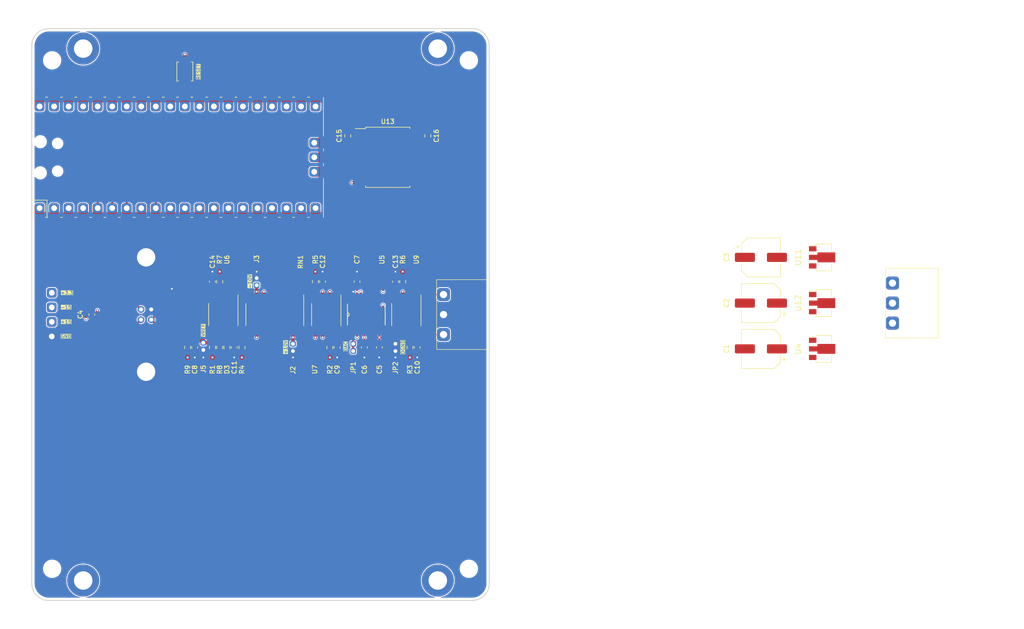
<source format=kicad_pcb>
(kicad_pcb (version 20221018) (generator pcbnew)
  (layers (0 "F.Cu" signal) (1 "In1.Cu" signal) (2 "In2.Cu" signal) (31 "B.Cu" signal) (34 "B.Paste" user) (35 "F.Paste" user) (36 "B.SilkS" user "B.Silkscreen") (37 "F.SilkS" user "F.Silkscreen") (38 "B.Mask" user) (39 "F.Mask" user) (44 "Edge.Cuts" user))
  (net 0 "")
  (net 1 "+3.3V")
  (net 2 "+15V")
  (net 3 "-15V")
  (net 4 "Net-(J4-Pin_1)")
  (net 5 "Net-(J4-Pin_3)")
  (net 8 "Net-(RN1B-R2.1)")
  (net 9 "Net-(RN1D-R4.1)")
  (net 10 "Net-(RN1C-R3.2)")
  (net 11 "Net-(RN1E-R5.2)")
  (net 12 "Net-(RN1F-R6.1)")
  (net 13 "Net-(J1-Pin_1)")
  (net 14 "Net-(J1-Pin_3)")
  (net 15 "Net-(C8-Pad1)")
  (net 16 "GND")
  (net 17 "Net-(U7C-V+)")
  (net 18 "Net-(U9C-V+)")
  (net 19 "Net-(U6C-V+)")
  (net 20 "Net-(U7C-V-)")
  (net 21 "/VREFPS")
  (net 22 "/VREFPF")
  (net 25 "/~{LDAC}")
  (net 26 "/SDIN")
  (net 27 "/SCLK")
  (net 28 "/~{SYNC}")
  (net 29 "/VREFNF")
  (net 30 "/VREFNS")
  (net 31 "Net-(U9C-V-)")
  (net 32 "Net-(U6C-V-)")
  (net 33 "/7VREF")
  (net 54 "/+10.5V")
  (net 55 "/-10.5V")
  (net 57 "Net-(SW1-B)")
  (net 58 "/ALERT")
  (net 59 "/ISO ~{SYNC}")
  (net 60 "/ISO SCLK")
  (net 65 "/BUFIN")
  (net 66 "Net-(D3-A)")
  (net 67 "/ISO SDIN")
  (net 69 "/ISO ~{LDAC}")
  (net 75 "GNDD")
  (net 76 "+3.3VP")
  (footprint "100mm template footprints:CTB93HD3" (layer "F.Cu") (at 150 100)
    (fp_text reference "J4" hide)
    (fp_text value "~")
  )
  (footprint "Capacitor_SMD:C_0603_1608Metric" (layer "F.Cu") (at 101.595 94.25 -90)
    (fp_text reference "C14")
    (fp_text value "100nF")
  )
  (footprint "100mm template footprints:CTB93HD3" (layer "F.Cu") (at 228.5 98)
    (fp_text reference "J1" hide)
    (fp_text value "~")
  )
  (footprint "Connector_PinHeader_1.27mm:PinHeader_1x02_P1.27mm_Vertical" (layer "F.Cu") (at 109.325 94.885 180)
    (fp_text reference "J3")
    (fp_text value "VREFN")
  )
  (footprint "Capacitor_SMD:CP_Elec_6.3x5.4" (layer "F.Cu") (at 197.5 106 180)
    (fp_text reference "C1")
    (fp_text value "100uF")
  )
  (footprint "Capacitor_SMD:CP_Elec_6.3x5.4" (layer "F.Cu") (at 197.5 90)
    (fp_text reference "C3")
    (fp_text value "100uF")
  )
  (footprint "Resistor_SMD:R_0603_1608Metric" (layer "F.Cu") (at 97.25 105.75 90)
    (fp_text reference "R9")
    (fp_text value "5R1")
  )
  (footprint "MountingHole:MountingHole_2.7mm_M2.5_DIN965" (layer "F.Cu") (at 73.57 55.55)
    (fp_text reference "REF**" hide)
    (fp_text value "MountingHole_2.7mm_M2.5_DIN965" hide)
  )
  (footprint "Capacitor_SMD:C_0603_1608Metric" (layer "F.Cu") (at 105.405 105.75 90)
    (fp_text reference "C11")
    (fp_text value "100nF")
  )
  (footprint "Connector_PinHeader_1.27mm:PinHeader_1x02_P1.27mm_Vertical" (layer "F.Cu") (at 115.675 105.115)
    (fp_text reference "J2")
    (fp_text value "VREFP")
  )
  (footprint "Capacitor_SMD:C_0603_1608Metric" (layer "F.Cu") (at 120.865 94.25 -90)
    (fp_text reference "C12")
    (fp_text value "100nF")
  )
  (footprint "Capacitor_SMD:C_0603_1608Metric" (layer "F.Cu") (at 130.786 105.75 -90)
    (fp_text reference "C5")
    (fp_text value "10uF")
  )
  (footprint "Resistor_SMD:R_0603_1608Metric" (layer "F.Cu") (at 139.25 68.75 90)
    (fp_text reference "C16")
    (fp_text value "10uF")
  )
  (footprint "Connector_PinHeader_2.54mm:PinHeader_1x04_P2.54mm_Vertical" (layer "F.Cu") (at 73.5 96.2)
    (fp_text reference "J7" hide)
    (fp_text value "PWR")
  )
  (footprint "Connector_PinHeader_1.27mm:PinHeader_1x02_P1.27mm_Vertical" (layer "F.Cu") (at 126.214 106.385 180)
    (fp_text reference "JP1")
    (fp_text value "DACOUT")
  )
  (footprint "Connector_PinHeader_1.27mm:PinHeader_1x02_P1.27mm_Vertical" (layer "F.Cu") (at 100 104.925)
    (fp_text reference "J5")
    (fp_text value "VREFP")
  )
  (footprint "" (layer "F.Cu") (at 141 146.5)
    (fp_text reference "")
    (fp_text value "")
  )
  (footprint "Capacitor_SMD:C_0603_1608Metric" (layer "F.Cu") (at 123.405 105.75 90)
    (fp_text reference "C9")
    (fp_text value "100nF")
  )
  (footprint "Resistor_SMD:R_0603_1608Metric" (layer "F.Cu") (at 125.25 68.75 90)
    (fp_text reference "C15")
    (fp_text value "10uF")
  )
  (footprint "" (layer "F.Cu") (at 79 146.5)
    (fp_text reference "")
    (fp_text value "")
  )
  (footprint "MountingHole:MountingHole_2.7mm_M2.5_DIN965" (layer "F.Cu") (at 146.43 144.45)
    (fp_text reference "REF**" hide)
    (fp_text value "MountingHole_2.7mm_M2.5_DIN965" hide)
  )
  (footprint "Resistor_SMD:R_0603_1608Metric" (layer "F.Cu") (at 102.865 105.75 90)
    (fp_text reference "R8")
    (fp_text value "1K")
  )
  (footprint "Resistor_SMD:R_0603_1608Metric_Pad0.98x0.95mm_HandSolder" (layer "F.Cu") (at 104.135 105.75 90)
    (fp_text reference "D3")
    (fp_text value "5819")
  )
  (footprint "Package_SO:SOIC-8_3.9x4.9mm_P1.27mm" (layer "F.Cu") (at 103.5 100 -90)
    (fp_text reference "U6")
    (fp_text value "REFSCALE")
  )
  (footprint "" (layer "F.Cu") (at 79 53.5)
    (fp_text reference "")
    (fp_text value "")
  )
  (footprint "Package_SO:SOIC-16W_7.5x10.3mm_P1.27mm" (layer "F.Cu") (at 132.25 72.5)
    (fp_text reference "U13")
    (fp_text value "ADuM1400xRW")
  )
  (footprint "Package_TO_SOT_SMD:SOT-89-3" (layer "F.Cu") (at 208.5 106)
    (fp_text reference "U4")
    (fp_text value "L78L15")
  )
  (footprint "" (layer "F.Cu") (at 141 53.5)
    (fp_text reference "")
    (fp_text value "")
  )
  (footprint "Resistor_SMD:R_0603_1608Metric" (layer "F.Cu") (at 134.865 94.25 -90)
    (fp_text reference "R6")
    (fp_text value "10R")
  )
  (footprint "" (layer "F.Cu") (at 141 53.5)
    (fp_text reference "")
    (fp_text value "")
  )
  (footprint "Capacitor_SMD:CP_Elec_6.3x5.4" (layer "F.Cu") (at 197.5 98 180)
    (fp_text reference "C2")
    (fp_text value "100uF")
  )
  (footprint "Resistor_SMD:R_0603_1608Metric" (layer "F.Cu") (at 136.135 105.75 90)
    (fp_text reference "R3")
    (fp_text value "10R")
  )
  (footprint "Resistor_SMD:R_0603_1608Metric" (layer "F.Cu") (at 102.865 94.25 -90)
    (fp_text reference "R7")
    (fp_text value "10R")
  )
  (footprint "" (layer "F.Cu") (at 79 53.5)
    (fp_text reference "")
    (fp_text value "")
  )
  (footprint "Resistor_SMD:R_0603_1608Metric" (layer "F.Cu") (at 101.595 105.75 90)
    (fp_text reference "R1")
    (fp_text value "100K")
  )
  (footprint "Capacitor_SMD:C_0603_1608Metric" (layer "F.Cu") (at 80.5 100 -90)
    (fp_text reference "C4")
    (fp_text value "1uF")
  )
  (footprint "Package_SO:SOIC-8_3.9x4.9mm_P1.27mm" (layer "F.Cu") (at 121.5 100 -90)
    (fp_text reference "U7")
    (fp_text value "REFBUF")
  )
  (footprint "" (layer "F.Cu") (at 141 146.5)
    (fp_text reference "")
    (fp_text value "")
  )
  (footprint "MountingHole:MountingHole_3.2mm_M3_DIN965_Pad" (layer "F.Cu") (at 79 146.5)
    (fp_text reference "REF**" hide)
    (fp_text value "MountingHole_3.2mm_M3_DIN965_Pad")
  )
  (footprint "Connector_PinHeader_1.27mm:PinHeader_1x02_P1.27mm_Vertical" (layer "F.Cu") (at 133.595 105.115)
    (fp_text reference "JP2")
    (fp_text value "GND")
  )
  (footprint "MountingHole:MountingHole_2.7mm_M2.5_DIN965" (layer "F.Cu") (at 73.57 144.45)
    (fp_text reference "REF**" hide)
    (fp_text value "MountingHole_2.7mm_M2.5_DIN965" hide)
  )
  (footprint "MountingHole:MountingHole_3.2mm_M3_DIN965_Pad" (layer "F.Cu") (at 90 90)
    (fp_text reference "H1" hide)
    (fp_text value "MountingHole_Pad")
  )
  (footprint "Capacitor_SMD:C_0603_1608Metric" (layer "F.Cu") (at 98.5 105.75 -90)
    (fp_text reference "C8")
    (fp_text value "1uF")
  )
  (footprint "Button_Switch_SMD:SW_SPST_B3U-1000P" (layer "F.Cu") (at 96.77 57.5 -90)
    (fp_text reference "SW1" hide)
    (fp_text value "RST")
  )
  (footprint "Package_SO:SOIC-16_3.9x9.9mm_P1.27mm" (layer "F.Cu") (at 112.5 100 -90)
    (fp_text reference "RN1")
    (fp_text value "10K")
  )
  (footprint "Capacitor_SMD:C_0603_1608Metric" (layer "F.Cu") (at 126.8744 94.25 90)
    (fp_text reference "C7")
    (fp_text value "10uF")
  )
  (footprint "Package_TO_SOT_SMD:SOT-89-3" (layer "F.Cu") (at 208.5 90)
    (fp_text reference "U11")
    (fp_text value "L79L15")
  )
  (footprint "Capacitor_SMD:C_0603_1608Metric" (layer "F.Cu") (at 128.1698 105.75 -90)
    (fp_text reference "C6")
    (fp_text value "10uF")
  )
  (footprint "Capacitor_SMD:C_0603_1608Metric" (layer "F.Cu") (at 137.405 105.75 90)
    (fp_text reference "C10")
    (fp_text value "100nF")
  )
  (footprint "MountingHole:MountingHole_2.7mm_M2.5_DIN965" (layer "F.Cu") (at 146.43 55.55)
    (fp_text reference "REF**" hide)
    (fp_text value "MountingHole_2.7mm_M2.5_DIN965" hide)
  )
  (footprint "Package_SO:SOIC-8_3.9x4.9mm_P1.27mm" (layer "F.Cu") (at 135.5 100 -90)
    (fp_text reference "U9")
    (fp_text value "OUTBUF")
  )
  (footprint "MountingHole:MountingHole_3.2mm_M3_DIN965_Pad" (layer "F.Cu") (at 90 110)
    (fp_text reference "H2" hide)
    (fp_text value "MountingHole_Pad")
  )
  (footprint "Resistor_SMD:R_0603_1608Metric" (layer "F.Cu") (at 122.135 105.75 90)
    (fp_text reference "R2")
    (fp_text value "10R")
  )
  (footprint "MCU_RaspberryPi_and_Boards:RPi_Pico_SMD_TH" (layer "F.Cu") (at 95.5 72.5 90)
    (fp_text reference "U8" hide)
    (fp_text value "Pico")
  )
  (footprint "AD5791BRUZ:SOP65P640X120-20N" (layer "F.Cu") (at 128.5 100 90)
    (fp_text reference "U5")
    (fp_text value "AD5791BRUZ")
  )
  (footprint "Package_TO_SOT_THT:Analog_TO-46-4_ThermalShield" (layer "F.Cu") (at 90.898026 100.898026 135)
    (fp_text reference "U10" hide)
    (fp_text value "ADR1399")
  )
  (footprint "Package_TO_SOT_SMD:SOT-89-3" (layer "F.Cu") (at 208.5 98)
    (fp_text reference "U12")
    (fp_text value "7533")
  )
  (footprint "Capacitor_SMD:C_0603_1608Metric" (layer "F.Cu") (at 133.595 94.25 -90)
    (fp_text reference "C13")
    (fp_text value "100nF")
  )
  (footprint "Resistor_SMD:R_0603_1608Metric" (layer "F.Cu") (at 119.595 94.25 -90)
    (fp_text reference "R5")
    (fp_text value "10R")
  )
  (footprint "Resistor_SMD:R_0603_1608Metric" (layer "F.Cu") (at 106.75 105.75 90)
    (fp_text reference "R4")
    (fp_text value "10R")
  )
  (footprint "LOGO" (layer "B.Cu") (at 236.5 129 90)
    (fp_text reference "REF**" hide)
    (fp_text value "LOGO" hide)
  )
  (gr_rect (start 83 144) (end 104.25 147) (stroke (width 0.2)) (fill solid) (layer "F.Cu"))
  (gr_arc (start 73 150) (mid 70.87868 149.12132) (end 70 147) (stroke (width 0.1524)) (layer "Edge.Cuts"))
  (gr_line (start 70 53) (end 70 147) (stroke (width 0.1524)) (layer "Edge.Cuts"))
  (gr_arc (start 70 53) (mid 70.87868 50.87868) (end 73 50) (stroke (width 0.1524)) (layer "Edge.Cuts"))
  (gr_arc (start 147 50) (mid 149.12132 50.87868) (end 150 53) (stroke (width 0.1524)) (layer "Edge.Cuts"))
  (gr_line (start 150 147) (end 150 53) (stroke (width 0.1524)) (layer "Edge.Cuts"))
  (gr_arc (start 150 147) (mid 149.12132 149.12132) (end 147 150) (stroke (width 0.1524)) (layer "Edge.Cuts"))
  (gr_line (start 147 50) (end 73 50) (stroke (width 0.1524)) (layer "Edge.Cuts"))
  (gr_line (start 73 150) (end 147 150) (stroke (width 0.1524)) (layer "Edge.Cuts"))
  (gr_text "+15" (at 75 101.28) (layer "F.SilkS" knockout) (effects (font (size 0.6 0.6) (thickness 0.1) bold) (justify left)))
  (gr_text "-15" (at 75 98.74) (layer "F.SilkS" knockout) (effects (font (size 0.6 0.6) (thickness 0.1) bold) (justify left)))
  (gr_text "VREF" (at 100 102.75 90) (layer "F.SilkS" knockout) (effects (font (size 0.6 0.6) (thickness 0.1) bold)))
  (gr_text "+10V" (at 114.75 107 90) (layer "F.SilkS" knockout) (effects (font (size 0.6 0.6) (thickness 0.1) bold) (justify left bottom)))
  (gr_text "DAC" (at 125.25 106.5 90) (layer "F.SilkS" knockout) (effects (font (size 0.6 0.6) (thickness 0.1) bold) (justify left bottom)))
  (gr_text "RESET" (at 99.5 59 90) (layer "F.SilkS" knockout) (effects (font (size 0.6 0.6) (thickness 0.1) bold) (justify left bottom)))
  (gr_text "+3.3" (at 75 96.2) (layer "F.SilkS" knockout) (effects (font (size 0.6 0.6) (thickness 0.1) bold) (justify left)))
  (gr_text "-10V" (at 108.5 95.5 90) (layer "F.SilkS" knockout) (effects (font (size 0.6 0.6) (thickness 0.1) bold) (justify left bottom)))
  (gr_text "GND" (at 75 103.82) (layer "F.SilkS" knockout) (effects (font (size 0.6 0.6) (thickness 0.1) bold) (justify left)))
  (gr_text "OGND" (at 135.25 107 90) (layer "F.SilkS" knockout) (effects (font (size 0.6 0.6) (thickness 0.1) bold) (justify left bottom)))
  (segment (start 130.786 102.8194) (end 130.786 104) (width 0.35) (layer "F.Cu") (net 1))
  (segment (start 131.421 104) (end 131.421 102.8194) (width 0.35) (layer "F.Cu") (net 1))
  (segment (start 130.786 104) (end 130.786 104.975) (width 0.35) (layer "F.Cu") (net 1))
  (segment (start 128.8302 102.8194) (end 128.8302 104) (width 0.35) (layer "F.Cu") (net 1))
  (segment (start 129.4652 102.8194) (end 129.4652 104) (width 0.35) (layer "F.Cu") (net 1))
  (segment (start 130.115 104) (end 130.786 104) (width 0.35) (layer "F.Cu") (net 1))
  (segment (start 128.8302 104) (end 129.4652 104) (width 0.35) (layer "F.Cu") (net 1))
  (segment (start 129.4652 104) (end 130.786 104) (width 0.35) (layer "F.Cu") (net 1))
  (segment (start 130.786 104) (end 131.421 104) (width 0.35) (layer "F.Cu") (net 1))
  (via (at 130.786 104) (size 0.5) (drill 0.3) (layers "F.Cu" "B.Cu") (net 1))
  (segment (start 79.5 99.225) (end 80.5 99.225) (width 0.5) (layer "F.Cu") (net 2))
  (segment (start 136.135 106.525) (end 136.135 107.5) (width 0.95) (layer "F.Cu") (net 2))
  (segment (start 106.75 106.575) (end 106.75 107.5) (width 0.95) (layer "F.Cu") (net 2))
  (segment (start 128.1698 104) (end 128.1698 104.975) (width 0.2) (layer "F.Cu") (net 2))
  (segment (start 87.75 97.75) (end 89.101975 99.101975) (width 0.35) (layer "F.Cu") (net 2))
  (segment (start 128.1698 104.975) (end 128.1698 102.8194) (width 0.35) (layer "F.Cu") (net 2))
  (segment (start 128.1698 104) (end 128.1698 102.8194) (width 0.2) (layer "F.Cu") (net 2))
  (segment (start 80.5 99.225) (end 80.5 98.25) (width 0.35) (layer "F.Cu") (net 2))
  (segment (start 80.5 99.101975) (end 80.5 99.225) (width 0.35) (layer "F.Cu") (net 2))
  (segment (start 80.5 98.25) (end 81 97.75) (width 0.35) (layer "F.Cu") (net 2))
  (segment (start 81 97.75) (end 87.75 97.75) (width 0.35) (layer "F.Cu") (net 2))
  (segment (start 79.5 100.75) (end 79.5 99.225) (width 0.5) (layer "F.Cu") (net 2))
  (segment (start 122.135 106.525) (end 122.135 107.5) (width 0.95) (layer "F.Cu") (net 2))
  (segment (start 101.595 106.525) (end 101.595 107.5) (width 0.95) (layer "F.Cu") (net 2))
  (via (at 136.135 107.5) (size 0.6096) (drill 0.3048) (layers "F.Cu" "B.Cu") (net 2))
  (via (at 79.5 100.75) (size 0.5) (drill 0.3) (layers "F.Cu" "B.Cu") (net 2))
  (via (at 128.1698 104) (size 0.5) (drill 0.3) (layers "F.Cu" "B.Cu") (net 2))
  (via (at 101.595 107.5) (size 0.6096) (drill 0.3048) (layers "F.Cu" "B.Cu") (net 2))
  (via (at 122.135 107.5) (size 0.6096) (drill 0.3048) (layers "F.Cu" "B.Cu") (net 2))
  (via (at 106.75 107.5) (size 0.6096) (drill 0.3048) (layers "F.Cu" "B.Cu") (net 2))
  (segment (start 89.101975 100.898026) (end 87.750001 102.25) (width 0.35) (layer "F.Cu") (net 3))
  (segment (start 81.5 100.775) (end 80.5 100.775) (width 0.5) (layer "F.Cu") (net 3))
  (segment (start 87.750001 102.25) (end 81 102.25) (width 0.35) (layer "F.Cu") (net 3))
  (segment (start 126.913503 96) (end 126.8744 95.960897) (width 0.35) (layer "F.Cu") (net 3))
  (segment (start 80.5 101.75) (end 80.5 100.775) (width 0.35) (layer "F.Cu") (net 3))
  (segment (start 81 102.25) (end 80.5 101.75) (width 0.35) (layer "F.Cu") (net 3))
  (segment (start 126.913503 96) (end 126.8744 96.039103) (width 0.35) (layer "F.Cu") (net 3))
  (segment (start 126.8744 96.039103) (end 126.8744 97.1806) (width 0.35) (layer "F.Cu") (net 3))
  (segment (start 81.5 99.25) (end 81.5 100.775) (width 0.5) (layer "F.Cu") (net 3))
  (segment (start 119.595 93.475) (end 119.595 92.5) (width 0.95) (layer "F.Cu") (net 3))
  (segment (start 80.5 100.898026) (end 80.5 100.775) (width 0.35) (layer "F.Cu") (net 3))
  (segment (start 134.865 93.475) (end 134.865 92.5) (width 0.95) (layer "F.Cu") (net 3))
  (segment (start 102.865 93.475) (end 102.865 92.5) (width 0.95) (layer "F.Cu") (net 3))
  (segment (start 126.8744 95.960897) (end 126.8744 95.025) (width 0.35) (layer "F.Cu") (net 3))
  (via (at 81.5 99.25) (size 0.5) (drill 0.3) (layers "F.Cu" "B.Cu") (net 3))
  (via (at 102.865 92.5) (size 0.6096) (drill 0.3048) (layers "F.Cu" "B.Cu") (net 3))
  (via (at 119.595 92.5) (size 0.6096) (drill 0.3048) (layers "F.Cu" "B.Cu") (net 3))
  (via (at 126.8744 96) (size 0.5) (drill 0.3) (layers "F.Cu" "B.Cu") (net 3))
  (via (at 134.865 92.5) (size 0.6096) (drill 0.3048) (layers "F.Cu" "B.Cu") (net 3))
  (segment (start 137.405 99.5) (end 136.135 99.5) (width 0.4) (layer "F.Cu") (net 4))
  (segment (start 139.5 99.5) (end 139.5 96.5) (width 0.35) (layer "F.Cu") (net 4))
  (segment (start 137.405 99.5) (end 139.5 99.5) (width 0.35) (layer "F.Cu") (net 4))
  (segment (start 136.135 97.525) (end 136.135 99.5) (width 0.4) (layer "F.Cu") (net 4))
  (segment (start 137.405 97.525) (end 137.405 99.5) (width 0.4) (layer "F.Cu") (net 4))
  (segment (start 139.5 96.5) (end 142 96.5) (width 0.35) (layer "F.Cu") (net 4))
  (segment (start 139.5 100.5) (end 139.5 103.5) (width 0.35) (layer "F.Cu") (net 5))
  (segment (start 139.5 103.5) (end 142 103.5) (width 0.35) (layer "F.Cu") (net 5))
  (segment (start 136.135 100.5) (end 134.865 100.5) (width 0.4) (layer "F.Cu") (net 5))
  (segment (start 136.135 100.5) (end 139.5 100.5) (width 0.35) (layer "F.Cu") (net 5))
  (segment (start 134.865 102.475) (end 134.865 100.5) (width 0.4) (layer "F.Cu") (net 5))
  (segment (start 136.135 102.475) (end 136.135 100.5) (width 0.4) (layer "F.Cu") (net 5))
  (segment (start 114.405 96) (end 114.405 97.525) (width 0.6) (layer "F.Cu") (net 8))
  (segment (start 115.675 97.525) (end 115.675 96) (width 0.6) (layer "F.Cu") (net 8))
  (segment (start 102.865 102.475) (end 102.865 100.375) (width 0.4) (layer "F.Cu") (net 8))
  (segment (start 102.865 100.375) (end 115.675 100.375) (width 0.4) (layer "F.Cu") (net 8))
  (segment (start 115.675 99.825) (end 115.675 97.525) (width 0.2) (layer "F.Cu") (net 8))
  (segment (start 115.675 96) (end 114.405 96) (width 0.6) (layer "F.Cu") (net 8))
  (segment (start 115.675 100.375) (end 115.675 97.525) (width 0.4) (layer "F.Cu") (net 8))
  (segment (start 104.135 99.625) (end 111.865 99.625) (width 0.4) (layer "F.Cu") (net 9))
  (segment (start 104.135 97.525) (end 104.135 99.625) (width 0.4) (layer "F.Cu") (net 9))
  (segment (start 113.135 96) (end 113.135 97.525) (width 0.6) (layer "F.Cu") (net 9))
  (segment (start 111.865 96) (end 113.135 96) (width 0.6) (layer "F.Cu") (net 9))
  (segment (start 111.865 99.625) (end 111.865 97.525) (width 0.4) (layer "F.Cu") (net 9))
  (segment (start 111.865 97.525) (end 111.865 96) (width 0.6) (layer "F.Cu") (net 9))
  (segment (start 114.405 104) (end 113.135 104) (width 0.6) (layer "F.Cu") (net 10))
  (segment (start 114.405 102.475) (end 114.405 104) (width 0.6) (layer "F.Cu") (net 10))
  (segment (start 113.135 104) (end 113.135 102.475) (width 0.6) (layer "F.Cu") (net 10))
  (segment (start 111.865 104) (end 110.595 104) (width 0.6) (layer "F.Cu") (net 11))
  (segment (start 111.865 102.475) (end 111.865 104) (width 0.6) (layer "F.Cu") (net 11))
  (segment (start 110.595 104) (end 110.595 102.475) (width 0.6) (layer "F.Cu") (net 11))
  (segment (start 110.595 96) (end 110.595 97.525) (width 0.6) (layer "F.Cu") (net 12))
  (segment (start 109.325 102.475) (end 109.325 104) (width 0.6) (layer "F.Cu") (net 12))
  (via (at 109.325 104) (size 0.5) (drill 0.3) (layers "F.Cu" "B.Cu") (net 12))
  (via (at 110.595 96) (size 0.5) (drill 0.3) (layers "F.Cu" "B.Cu") (net 12))
  (segment (start 133.595 107.5) (end 133.595 106.385) (width 0.95) (layer "F.Cu") (net 16))
  (segment (start 90.898026 99.101975) (end 92.75 97.250001) (width 0.35) (layer "F.Cu") (net 16))
  (segment (start 92.75 97.250001) (end 92.75 97.25) (width 0.35) (layer "F.Cu") (net 16))
  (segment (start 94.5 95.5) (end 92.75 97.25) (width 1) (layer "F.Cu") (net 16))
  (segment (start 133.595 105.115) (end 133.595 106.385) (width 0.35) (layer "F.Cu") (net 16))
  (segment (start 102.865 97.525) (end 102.865 99.135) (width 0.35) (layer "F.Cu") (net 16))
  (segment (start 137.405 106.525) (end 137.405 107.5) (width 0.95) (layer "F.Cu") (net 16))
  (segment (start 102.25 99.75) (end 91.546051 99.75) (width 0.35) (layer "F.Cu") (net 16))
  (segment (start 126.8744 93.475) (end 126.8744 92.5) (width 0.95) (layer "F.Cu") (net 16))
  (segment (start 115.675 107.5) (end 115.675 106.385) (width 0.95) (layer "F.Cu") (net 16))
  (segment (start 91.546051 99.75) (end 90.898026 99.101975) (width 0.35) (layer "F.Cu") (net 16))
  (segment (start 133.595 102.475) (end 133.595 105.115) (width 0.6) (layer "F.Cu") (net 16))
  (segment (start 100 107.5) (end 100 106.385) (width 0.95) (layer "F.Cu") (net 16))
  (segment (start 123.405 106.525) (end 123.405 107.5) (width 0.95) (layer "F.Cu") (net 16))
  (segment (start 102.865 99.135) (end 102.25 99.75) (width 0.35) (layer "F.Cu") (net 16))
  (segment (start 120.865 93.475) (end 120.865 92.5) (width 0.95) (layer "F.Cu") (net 16))
  (segment (start 128.1698 106.525) (end 128.1698 107.5) (width 0.95) (layer "F.Cu") (net 16))
  (segment (start 133.595 93.475) (end 133.595 92.5) (width 0.95) (layer "F.Cu") (net 16))
  (segment (start 126.214 96) (end 126.214 97.1806) (width 0.35) (layer "F.Cu") (net 16))
  (segment (start 130.75 106.525) (end 130.75 107.5) (width 0.95) (layer "F.Cu") (net 16))
  (segment (start 109.325 92.5) (end 109.325 93.615) (width 0.95) (layer "F.Cu") (net 16))
  (segment (start 98.5 106.525) (end 98.5 107.5) (width 0.95) (layer "F.Cu") (net 16))
  (segment (start 105.405 106.525) (end 105.405 107.5) (width 0.95) (layer "F.Cu") (net 16))
  (segment (start 101.595 93.475) (end 101.595 92.5) (width 0.95) (layer "F.Cu") (net 16))
  (via (at 128.1698 107.5) (size 0.6096) (drill 0.3048) (layers "F.Cu" "B.Cu") (net 16))
  (via (at 101.595 92.5) (size 0.6096) (drill 0.3048) (layers "F.Cu" "B.Cu") (net 16))
  (via (at 109.325 92.5) (size 0.6096) (drill 0.3048) (layers "F.Cu" "B.Cu") (net 16))
  (via (at 123.405 107.5) (size 0.6096) (drill 0.3048) (layers "F.Cu" "B.Cu") (net 16))
  (via (at 100 107.5) (size 0.6096) (drill 0.3048) (layers "F.Cu" "B.Cu") (net 16))
  (via (at 133.595 92.5) (size 0.6096) (drill 0.3048) (layers "F.Cu" "B.Cu") (net 16))
  (via (at 137.405 107.5) (size 0.6096) (drill 0.3048) (layers "F.Cu" "B.Cu") (net 16))
  (via (at 130.75 107.5) (size 0.6096) (drill 0.3048) (layers "F.Cu" "B.Cu") (net 16))
  (via (at 120.865 92.5) (size 0.6096) (drill 0.3048) (layers "F.Cu" "B.Cu") (net 16))
  (via (at 98.5 107.5) (size 0.6096) (drill 0.3048) (layers "F.Cu" "B.Cu") (net 16))
  (via (at 105.405 107.5) (size 0.6096) (drill 0.3048) (layers "F.Cu" "B.Cu") (net 16))
  (via (at 126.214 96) (size 0.5) (drill 0.3) (layers "F.Cu" "B.Cu") (net 16))
  (via (at 133.595 107.5) (size 0.6096) (drill 0.3048) (layers "F.Cu" "B.Cu") (net 16))
  (via (at 115.675 107.5) (size 0.6096) (drill 0.3048) (layers "F.Cu" "B.Cu") (net 16))
  (via (at 94.5 95.5) (size 0.5) (drill 0.3) (layers "F.Cu" "B.Cu") (net 16))
  (via (at 126.8744 92.5) (size 0.6096) (drill 0.3048) (layers "F.Cu" "B.Cu") (net 16))
  (segment (start 123.3575 104.88) (end 123.4525 104.975) (width 0.6) (layer "F.Cu") (net 17))
  (segment (start 123.405 102.475) (end 123.405 104.975) (width 0.6) (layer "F.Cu") (net 17))
  (segment (start 137.3575 104.88) (end 137.4525 104.975) (width 0.6) (layer "F.Cu") (net 18))
  (segment (start 137.405 102.475) (end 137.405 104.975) (width 0.6) (layer "F.Cu") (net 18))
  (segment (start 105.405 104.975) (end 106.7 104.975) (width 0.6) (layer "F.Cu") (net 19))
  (segment (start 105.405 104.975) (end 105.405 102.475) (width 0.6) (layer "F.Cu") (net 19))
  (segment (start 106.7 104.975) (end 106.75 104.925) (width 0.6) (layer "F.Cu") (net 19))
  (segment (start 119.595 95.075) (end 119.595 97.525) (width 0.6) (layer "F.Cu") (net 20))
  (segment (start 119.6425 95.17) (end 119.5475 95.075) (width 0.6) (layer "F.Cu") (net 20))
  (segment (start 126.8744 104) (end 126.8744 102.8194) (width 0.35) (layer "F.Cu") (net 21))
  (segment (start 120.865 102.475) (end 120.865 104) (width 0.6) (layer "F.Cu") (net 21))
  (via (at 120.865 104) (size 0.5) (drill 0.3) (layers "F.Cu" "B.Cu") (net 21))
  (via (at 126.8744 104) (size 0.5) (drill 0.3) (layers "F.Cu" "B.Cu") (net 21))
  (segment (start 127.5348 102.8194) (end 127.5348 101) (width 0.35) (layer "F.Cu") (net 22))
  (segment (start 127.5348 101) (end 122.135 101) (width 0.35) (layer "F.Cu") (net 22))
  (segment (start 122.135 101) (end 122.135 102.475) (width 0.35) (layer "F.Cu") (net 22))
  (segment (start 125.75 70.595) (end 123 73.345) (width 0.35) (layer "F.Cu") (net 25))
  (segment (start 82.75 77.25) (end 81.53 78.47) (width 0.35) (layer "F.Cu") (net 25))
  (segment (start 123 76.662665) (end 122.412665 77.25) (width 0.35) (layer "F.Cu") (net 25))
  (segment (start 123 73.345) (end 123 76.662665) (width 0.35) (layer "F.Cu") (net 25))
  (segment (start 81.53 78.47) (end 81.53 81.39) (width 0.35) (layer "F.Cu") (net 25))
  (segment (start 122.412665 77.25) (end 82.75 77.25) (width 0.35) (layer "F.Cu") (net 25))
  (segment (start 127.6 70.595) (end 125.75 70.595) (width 0.35) (layer "F.Cu") (net 25))
  (segment (start 122.75 78) (end 85 78) (width 0.35) (layer "F.Cu") (net 26))
  (segment (start 125.75 71.865) (end 123.75 73.865) (width 0.35) (layer "F.Cu") (net 26))
  (segment (start 127.6 71.865) (end 125.75 71.865) (width 0.35) (layer "F.Cu") (net 26))
  (segment (start 123.75 73.865) (end 123.75 77) (width 0.35) (layer "F.Cu") (net 26))
  (segment (start 84.07 78.93) (end 84.07 81.39) (width 0.35) (layer "F.Cu") (net 26))
  (segment (start 123.75 77) (end 122.75 78) (width 0.35) (layer "F.Cu") (net 26))
  (segment (start 85 78) (end 84.07 78.93) (width 0.35) (layer "F.Cu") (net 26))
  (segment (start 86.61 79.64) (end 86.61 81.39) (width 0.35) (layer "F.Cu") (net 27))
  (segment (start 125.75 73.135) (end 124.5 74.385) (width 0.35) (layer "F.Cu") (net 27))
  (segment (start 87.5 78.75) (end 86.61 79.64) (width 0.35) (layer "F.Cu") (net 27))
  (segment (start 127.6 73.135) (end 125.75 73.135) (width 0.35) (layer "F.Cu") (net 27))
  (segment (start 123 78.75) (end 87.5 78.75) (width 0.35) (layer "F.Cu") (net 27))
  (segment (start 124.5 74.385) (end 124.5 77.25) (width 0.35) (layer "F.Cu") (net 27))
  (segment (start 124.5 77.25) (end 123 78.75) (width 0.35) (layer "F.Cu") (net 27))
  (segment (start 125.845 74.405) (end 127.6 74.405) (width 0.35) (layer "F.Cu") (net 28))
  (segment (start 91.69 80.31) (end 92.5 79.5) (width 0.35) (layer "F.Cu") (net 28))
  (segment (start 125.25 77.5) (end 125.25 75) (width 0.35) (layer "F.Cu") (net 28))
  (segment (start 91.69 81.39) (end 91.69 80.31) (width 0.35) (layer "F.Cu") (net 28))
  (segment (start 125.25 75) (end 125.845 74.405) (width 0.35) (layer "F.Cu") (net 28))
  (segment (start 92.5 79.5) (end 123.25 79.5) (width 0.35) (layer "F.Cu") (net 28))
  (segment (start 123.25 79.5) (end 125.25 77.5) (width 0.35) (layer "F.Cu") (net 28))
  (segment (start 128.1698 97.1806) (end 128.1698 99) (width 0.35) (layer "F.Cu") (net 29))
  (segment (start 128.1698 99) (end 123.405 99) (width 0.35) (layer "F.Cu") (net 29))
  (segment (start 123.405 99) (end 123.405 97.525) (width 0.35) (layer "F.Cu") (net 29))
  (segment (start 127.5348 96) (end 127.5348 97.1806) (width 0.35) (layer "F.Cu") (net 30))
  (segment (start 122.135 97.525) (end 122.135 96) (width 0.6) (layer "F.Cu") (net 30))
  (via (at 122.135 96) (size 0.5) (drill 0.3) (layers "F.Cu" "B.Cu") (net 30))
  (via (at 127.5348 96) (size 0.5) (drill 0.3) (layers "F.Cu" "B.Cu") (net 30))
  (segment (start 133.595 95.025) (end 133.595 97.525) (width 0.6) (layer "F.Cu") (net 31))
  (segment (start 133.6425 95.12) (end 133.5475 95.025) (width 0.6) (layer "F.Cu") (net 31))
  (segment (start 102.75 95.075) (end 101.55 95.075) (width 0.8) (layer "F.Cu") (net 32))
  (segment (start 101.6425 95.12) (end 101.5475 95.025) (width 0.6) (layer "F.Cu") (net 32))
  (segment (start 101.62 95.075) (end 101.57 95.025) (width 0.8) (layer "F.Cu") (net 32))
  (segment (start 101.595 97.525) (end 101.595 95.12) (width 0.6) (layer "F.Cu") (net 32))
  (segment (start 96.622918 103.875) (end 99.112437 103.875) (width 1) (layer "F.Cu") (net 33))
  (segment (start 102.865 104.925) (end 100 104.925) (width 0.6) (layer "F.Cu") (net 33))
  (segment (start 92.75 102.75) (end 94.925 104.925) (width 1) (layer "F.Cu") (net 33))
  (segment (start 96.125 104.372918) (end 96.622918 103.875) (width 1) (layer "F.Cu") (net 33))
  (segment (start 97.25 107.5) (end 97.25 106.575) (width 0.95) (layer "F.Cu") (net 33))
  (segment (start 101.595 100.845) (end 101 100.25) (width 0.35) (layer "F.Cu") (net 33))
  (segment (start 90.898026 100.898026) (end 92.75 102.75) (width 0.35) (layer "F.Cu") (net 33))
  (segment (start 101 100.25) (end 91.546052 100.25) (width 0.35) (layer "F.Cu") (net 33))
  (segment (start 91.546052 100.25) (end 90.898026 100.898026) (width 0.35) (layer "F.Cu") (net 33))
  (segment (start 100 104.762563) (end 100 104.925) (width 1) (layer "F.Cu") (net 33))
  (segment (start 96.125 104.925) (end 96.125 104.372918) (width 1) (layer "F.Cu") (net 33))
  (segment (start 99.112437 103.875) (end 100 104.762563) (width 1) (layer "F.Cu") (net 33))
  (segment (start 94.925 104.925) (end 96.125 104.925) (width 1) (layer "F.Cu") (net 33))
  (segment (start 101.595 102.475) (end 101.595 100.845) (width 0.35) (layer "F.Cu") (net 33))
  (via (at 97.25 107.5) (size 0.6096) (drill 0.3048) (layers "F.Cu" "B.Cu") (net 33))
  (segment (start 104.09125 106.575) (end 104.17875 106.6625) (width 0.8) (layer "F.Cu") (net 54))
  (segment (start 102.865 106.575) (end 104.0475 106.575) (width 0.6) (layer "F.Cu") (net 54))
  (segment (start 119.595 104) (end 119.595 102.475) (width 0.6) (layer "F.Cu") (net 54))
  (segment (start 115.675 104) (end 115.675 105.115) (width 0.6) (layer "F.Cu") (net 54))
  (segment (start 115.675 104) (end 115.675 102.475) (width 0.6) (layer "F.Cu") (net 54))
  (segment (start 104.0475 106.575) (end 104.135 106.6625) (width 0.6) (layer "F.Cu") (net 54))
  (via (at 119.595 104) (size 0.5) (drill 0.3) (layers "F.Cu" "B.Cu") (net 54))
  (via (at 115.675 104) (size 0.5) (drill 0.3) (layers "F.Cu" "B.Cu") (net 54))
  (segment (start 109.325 96) (end 109.325 94.885) (width 0.6) (layer "F.Cu") (net 55))
  (segment (start 105.405 99) (end 109.325 99) (width 0.35) (layer "F.Cu") (net 55))
  (segment (start 105.405 97.525) (end 105.405 99) (width 0.35) (layer "F.Cu") (net 55))
  (segment (start 109.325 99) (end 109.325 97.525) (width 0.35) (layer "F.Cu") (net 55))
  (segment (start 109.325 96) (end 109.325 97.525) (width 0.6) (layer "F.Cu") (net 55))
  (segment (start 120.865 96) (end 120.865 97.525) (width 0.6) (layer "F.Cu") (net 55))
  (via (at 109.325 96) (size 0.5) (drill 0.3) (layers "F.Cu" "B.Cu") (net 55))
  (via (at 120.865 96) (size 0.5) (drill 0.3) (layers "F.Cu" "B.Cu") (net 55))
  (segment (start 96.77 63.61) (end 96.77 59.2) (width 0.6) (layer "F.Cu") (net 57))
  (segment (start 129.4652 97.1806) (end 129.4652 87.2848) (width 0.35) (layer "F.Cu") (net 59))
  (segment (start 129.4652 87.2848) (end 133.25 83.5) (width 0.35) (layer "F.Cu") (net 59))
  (segment (start 139.75 83.5) (end 141.5 81.75) (width 0.35) (layer "F.Cu") (net 59))
  (segment (start 140.905 74.405) (end 136.9 74.405) (width 0.35) (layer "F.Cu") (net 59))
  (segment (start 141.5 75) (end 140.905 74.405) (width 0.35) (layer "F.Cu") (net 59))
  (segment (start 141.5 81.75) (end 141.5 75) (width 0.35) (layer "F.Cu") (net 59))
  (segment (start 133.25 83.5) (end 139.75 83.5) (width 0.35) (layer "F.Cu") (net 59))
  (segment (start 141.135 73.135) (end 136.9 73.135) (width 0.35) (layer "F.Cu") (net 60))
  (segment (start 130.1256 87.6244) (end 133.5 84.25) (width 0.35) (layer "F.Cu") (net 60))
  (segment (start 142.25 74.25) (end 141.135 73.135) (width 0.35) (layer "F.Cu") (net 60))
  (segment (start 133.5 84.25) (end 140 84.25) (width 0.35) (layer "F.Cu") (net 60))
  (segment (start 142.25 82) (end 142.25 74.25) (width 0.35) (layer "F.Cu") (net 60))
  (segment (start 130.1256 97.1806) (end 130.1256 87.6244) (width 0.35) (layer "F.Cu") (net 60))
  (segment (start 140 84.25) (end 142.25 82) (width 0.35) (layer "F.Cu") (net 60))
  (segment (start 126.214 106.385) (end 126.214 105.115) (width 0.35) (layer "F.Cu") (net 65))
  (segment (start 126.214 105.115) (end 126.214 102.8194) (width 0.35) (layer "F.Cu") (net 65))
  (segment (start 126.214 102.8194) (end 126.214 106.349) (width 0.2) (layer "F.Cu") (net 65))
  (segment (start 134.865 96) (end 134.865 97.525) (width 0.6) (layer "F.Cu") (net 65))
  (via (at 134.865 96) (size 0.5) (drill 0.3) (layers "F.Cu" "B.Cu") (net 65))
  (segment (start 104.135 102.475) (end 104.135 104.8375) (width 0.6) (layer "F.Cu") (net 66))
  (segment (start 141.115 71.865) (end 136.9 71.865) (width 0.35) (layer "F.Cu") (net 67))
  (segment (start 130.786 87.964) (end 133.75 85) (width 0.35) (layer "F.Cu") (net 67))
  (segment (start 133.75 85) (end 140.25 85) (width 0.35) (layer "F.Cu") (net 67))
  (segment (start 143 73.75) (end 141.115 71.865) (width 0.35) (layer "F.Cu") (net 67))
  (segment (start 143 82.25) (end 143 73.75) (width 0.35) (layer "F.Cu") (net 67))
  (segment (start 130.786 97.1806) (end 130.786 87.964) (width 0.35) (layer "F.Cu") (net 67))
  (segment (start 140.25 85) (end 143 82.25) (width 0.35) (layer "F.Cu") (net 67))
  (segment (start 134 85.75) (end 140.5 85.75) (width 0.35) (layer "F.Cu") (net 69))
  (segment (start 141.095 70.595) (end 136.9 70.595) (width 0.35) (layer "F.Cu") (net 69))
  (segment (start 143.75 73.25) (end 141.095 70.595) (width 0.35) (layer "F.Cu") (net 69))
  (segment (start 131.421 96) (end 131.421 88.329) (width 0.35) (layer "F.Cu") (net 69))
  (segment (start 131.421 100.329) (end 130.1256 101.6244) (width 0.35) (layer "F.Cu") (net 69))
  (segment (start 140.5 85.75) (end 143.75 82.5) (width 0.35) (layer "F.Cu") (net 69))
  (segment (start 130.1256 101.6244) (end 130.1256 102.8194) (width 0.35) (layer "F.Cu") (net 69))
  (segment (start 131.421 88.329) (end 134 85.75) (width 0.35) (layer "F.Cu") (net 69))
  (segment (start 143.75 82.5) (end 143.75 73.25) (width 0.35) (layer "F.Cu") (net 69))
  (segment (start 131.421 98.579) (end 131.421 100.329) (width 0.35) (layer "F.Cu") (net 69))
  (via (at 131.421 96) (size 0.5) (drill 0.3) (layers "F.Cu" "B.Cu") (net 69))
  (via (at 131.421 98.316702) (size 0.5) (drill 0.3) (layers "F.Cu" "B.Cu") (net 69))
  (segment (start 126 76.945) (end 127.6 76.945) (width 0.6) (layer "F.Cu") (net 75))
  (segment (start 96.77 54.5) (end 96.77 55.8) (width 0.6) (layer "F.Cu") (net 75))
  (via (at 96.77 54.5) (size 0.5) (drill 0.3) (layers "F.Cu" "B.Cu") (net 75))
  (via (at 126 76.945) (size 0.5) (drill 0.3) (layers "F.Cu" "B.Cu") (net 75))
  (zone (net 16) (net_name "GND") (layers "In1.Cu" "B.Cu") (priority 2) (connect_pads yes (clearance 0)) (min_thickness 0.1) (fill yes (thermal_gap 0.1) (thermal_bridge_width 0.5))
    (polygon (pts (xy 65 45) (xy 155 45) (xy 155 155) (xy 65 155)))
  )
)
</source>
